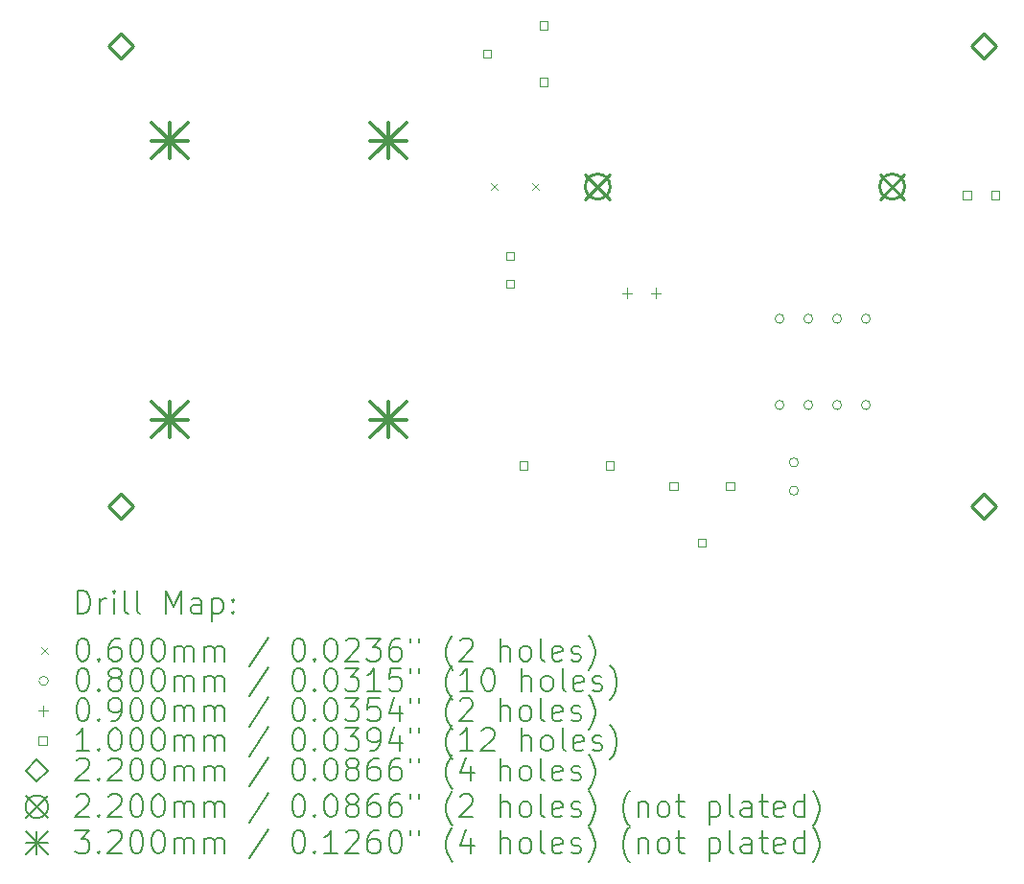
<source format=gbr>
%TF.GenerationSoftware,KiCad,Pcbnew,(6.0.9)*%
%TF.CreationDate,2022-11-09T23:13:16+08:00*%
%TF.ProjectId,low_battery_voltage_alarm,6c6f775f-6261-4747-9465-72795f766f6c,rev?*%
%TF.SameCoordinates,Original*%
%TF.FileFunction,Drillmap*%
%TF.FilePolarity,Positive*%
%FSLAX45Y45*%
G04 Gerber Fmt 4.5, Leading zero omitted, Abs format (unit mm)*
G04 Created by KiCad (PCBNEW (6.0.9)) date 2022-11-09 23:13:16*
%MOMM*%
%LPD*%
G01*
G04 APERTURE LIST*
%ADD10C,0.200000*%
%ADD11C,0.060000*%
%ADD12C,0.080000*%
%ADD13C,0.090000*%
%ADD14C,0.100000*%
%ADD15C,0.220000*%
%ADD16C,0.320000*%
G04 APERTURE END LIST*
D10*
D11*
X12718600Y-8936200D02*
X12778600Y-8996200D01*
X12778600Y-8936200D02*
X12718600Y-8996200D01*
X13078600Y-8936200D02*
X13138600Y-8996200D01*
X13138600Y-8936200D02*
X13078600Y-8996200D01*
D12*
X15306400Y-10133600D02*
G75*
G03*
X15306400Y-10133600I-40000J0D01*
G01*
X15306400Y-10895600D02*
G75*
G03*
X15306400Y-10895600I-40000J0D01*
G01*
X15432400Y-11402110D02*
G75*
G03*
X15432400Y-11402110I-40000J0D01*
G01*
X15432400Y-11652110D02*
G75*
G03*
X15432400Y-11652110I-40000J0D01*
G01*
X15560400Y-10133600D02*
G75*
G03*
X15560400Y-10133600I-40000J0D01*
G01*
X15560400Y-10895600D02*
G75*
G03*
X15560400Y-10895600I-40000J0D01*
G01*
X15814400Y-10133600D02*
G75*
G03*
X15814400Y-10133600I-40000J0D01*
G01*
X15814400Y-10895600D02*
G75*
G03*
X15814400Y-10895600I-40000J0D01*
G01*
X16068400Y-10133600D02*
G75*
G03*
X16068400Y-10133600I-40000J0D01*
G01*
X16068400Y-10895600D02*
G75*
G03*
X16068400Y-10895600I-40000J0D01*
G01*
D13*
X13918700Y-9861000D02*
X13918700Y-9951000D01*
X13873700Y-9906000D02*
X13963700Y-9906000D01*
X14172700Y-9861000D02*
X14172700Y-9951000D01*
X14127700Y-9906000D02*
X14217700Y-9906000D01*
D14*
X12717956Y-7829156D02*
X12717956Y-7758444D01*
X12647244Y-7758444D01*
X12647244Y-7829156D01*
X12717956Y-7829156D01*
X12920356Y-9613156D02*
X12920356Y-9542444D01*
X12849644Y-9542444D01*
X12849644Y-9613156D01*
X12920356Y-9613156D01*
X12920356Y-9863156D02*
X12920356Y-9792444D01*
X12849644Y-9792444D01*
X12849644Y-9863156D01*
X12920356Y-9863156D01*
X13042156Y-11465356D02*
X13042156Y-11394644D01*
X12971444Y-11394644D01*
X12971444Y-11465356D01*
X13042156Y-11465356D01*
X13217956Y-7579156D02*
X13217956Y-7508444D01*
X13147244Y-7508444D01*
X13147244Y-7579156D01*
X13217956Y-7579156D01*
X13217956Y-8079156D02*
X13217956Y-8008444D01*
X13147244Y-8008444D01*
X13147244Y-8079156D01*
X13217956Y-8079156D01*
X13802156Y-11465356D02*
X13802156Y-11394644D01*
X13731444Y-11394644D01*
X13731444Y-11465356D01*
X13802156Y-11465356D01*
X14364956Y-11647756D02*
X14364956Y-11577044D01*
X14294244Y-11577044D01*
X14294244Y-11647756D01*
X14364956Y-11647756D01*
X14614956Y-12147756D02*
X14614956Y-12077044D01*
X14544244Y-12077044D01*
X14544244Y-12147756D01*
X14614956Y-12147756D01*
X14864956Y-11647756D02*
X14864956Y-11577044D01*
X14794244Y-11577044D01*
X14794244Y-11647756D01*
X14864956Y-11647756D01*
X16955756Y-9077756D02*
X16955756Y-9007044D01*
X16885044Y-9007044D01*
X16885044Y-9077756D01*
X16955756Y-9077756D01*
X17205756Y-9077756D02*
X17205756Y-9007044D01*
X17135044Y-9007044D01*
X17135044Y-9077756D01*
X17205756Y-9077756D01*
D15*
X9448800Y-7831600D02*
X9558800Y-7721600D01*
X9448800Y-7611600D01*
X9338800Y-7721600D01*
X9448800Y-7831600D01*
X9448800Y-11895600D02*
X9558800Y-11785600D01*
X9448800Y-11675600D01*
X9338800Y-11785600D01*
X9448800Y-11895600D01*
X17068800Y-7831600D02*
X17178800Y-7721600D01*
X17068800Y-7611600D01*
X16958800Y-7721600D01*
X17068800Y-7831600D01*
X17068800Y-11895600D02*
X17178800Y-11785600D01*
X17068800Y-11675600D01*
X16958800Y-11785600D01*
X17068800Y-11895600D01*
X13550600Y-8856200D02*
X13770600Y-9076200D01*
X13770600Y-8856200D02*
X13550600Y-9076200D01*
X13770600Y-8966200D02*
G75*
G03*
X13770600Y-8966200I-110000J0D01*
G01*
X16150600Y-8856200D02*
X16370600Y-9076200D01*
X16370600Y-8856200D02*
X16150600Y-9076200D01*
X16370600Y-8966200D02*
G75*
G03*
X16370600Y-8966200I-110000J0D01*
G01*
D16*
X9720600Y-8399800D02*
X10040600Y-8719800D01*
X10040600Y-8399800D02*
X9720600Y-8719800D01*
X9880600Y-8399800D02*
X9880600Y-8719800D01*
X9720600Y-8559800D02*
X10040600Y-8559800D01*
X9720600Y-10863600D02*
X10040600Y-11183600D01*
X10040600Y-10863600D02*
X9720600Y-11183600D01*
X9880600Y-10863600D02*
X9880600Y-11183600D01*
X9720600Y-11023600D02*
X10040600Y-11023600D01*
X11651000Y-8399800D02*
X11971000Y-8719800D01*
X11971000Y-8399800D02*
X11651000Y-8719800D01*
X11811000Y-8399800D02*
X11811000Y-8719800D01*
X11651000Y-8559800D02*
X11971000Y-8559800D01*
X11651000Y-10863600D02*
X11971000Y-11183600D01*
X11971000Y-10863600D02*
X11651000Y-11183600D01*
X11811000Y-10863600D02*
X11811000Y-11183600D01*
X11651000Y-11023600D02*
X11971000Y-11023600D01*
D10*
X9065419Y-12737076D02*
X9065419Y-12537076D01*
X9113038Y-12537076D01*
X9141610Y-12546600D01*
X9160657Y-12565648D01*
X9170181Y-12584695D01*
X9179705Y-12622790D01*
X9179705Y-12651362D01*
X9170181Y-12689457D01*
X9160657Y-12708505D01*
X9141610Y-12727552D01*
X9113038Y-12737076D01*
X9065419Y-12737076D01*
X9265419Y-12737076D02*
X9265419Y-12603743D01*
X9265419Y-12641838D02*
X9274943Y-12622790D01*
X9284467Y-12613267D01*
X9303514Y-12603743D01*
X9322562Y-12603743D01*
X9389229Y-12737076D02*
X9389229Y-12603743D01*
X9389229Y-12537076D02*
X9379705Y-12546600D01*
X9389229Y-12556124D01*
X9398752Y-12546600D01*
X9389229Y-12537076D01*
X9389229Y-12556124D01*
X9513038Y-12737076D02*
X9493990Y-12727552D01*
X9484467Y-12708505D01*
X9484467Y-12537076D01*
X9617800Y-12737076D02*
X9598752Y-12727552D01*
X9589229Y-12708505D01*
X9589229Y-12537076D01*
X9846371Y-12737076D02*
X9846371Y-12537076D01*
X9913038Y-12679933D01*
X9979705Y-12537076D01*
X9979705Y-12737076D01*
X10160657Y-12737076D02*
X10160657Y-12632314D01*
X10151133Y-12613267D01*
X10132086Y-12603743D01*
X10093990Y-12603743D01*
X10074943Y-12613267D01*
X10160657Y-12727552D02*
X10141610Y-12737076D01*
X10093990Y-12737076D01*
X10074943Y-12727552D01*
X10065419Y-12708505D01*
X10065419Y-12689457D01*
X10074943Y-12670409D01*
X10093990Y-12660886D01*
X10141610Y-12660886D01*
X10160657Y-12651362D01*
X10255895Y-12603743D02*
X10255895Y-12803743D01*
X10255895Y-12613267D02*
X10274943Y-12603743D01*
X10313038Y-12603743D01*
X10332086Y-12613267D01*
X10341610Y-12622790D01*
X10351133Y-12641838D01*
X10351133Y-12698981D01*
X10341610Y-12718028D01*
X10332086Y-12727552D01*
X10313038Y-12737076D01*
X10274943Y-12737076D01*
X10255895Y-12727552D01*
X10436848Y-12718028D02*
X10446371Y-12727552D01*
X10436848Y-12737076D01*
X10427324Y-12727552D01*
X10436848Y-12718028D01*
X10436848Y-12737076D01*
X10436848Y-12613267D02*
X10446371Y-12622790D01*
X10436848Y-12632314D01*
X10427324Y-12622790D01*
X10436848Y-12613267D01*
X10436848Y-12632314D01*
D11*
X8747800Y-13036600D02*
X8807800Y-13096600D01*
X8807800Y-13036600D02*
X8747800Y-13096600D01*
D10*
X9103514Y-12957076D02*
X9122562Y-12957076D01*
X9141610Y-12966600D01*
X9151133Y-12976124D01*
X9160657Y-12995171D01*
X9170181Y-13033267D01*
X9170181Y-13080886D01*
X9160657Y-13118981D01*
X9151133Y-13138028D01*
X9141610Y-13147552D01*
X9122562Y-13157076D01*
X9103514Y-13157076D01*
X9084467Y-13147552D01*
X9074943Y-13138028D01*
X9065419Y-13118981D01*
X9055895Y-13080886D01*
X9055895Y-13033267D01*
X9065419Y-12995171D01*
X9074943Y-12976124D01*
X9084467Y-12966600D01*
X9103514Y-12957076D01*
X9255895Y-13138028D02*
X9265419Y-13147552D01*
X9255895Y-13157076D01*
X9246371Y-13147552D01*
X9255895Y-13138028D01*
X9255895Y-13157076D01*
X9436848Y-12957076D02*
X9398752Y-12957076D01*
X9379705Y-12966600D01*
X9370181Y-12976124D01*
X9351133Y-13004695D01*
X9341610Y-13042790D01*
X9341610Y-13118981D01*
X9351133Y-13138028D01*
X9360657Y-13147552D01*
X9379705Y-13157076D01*
X9417800Y-13157076D01*
X9436848Y-13147552D01*
X9446371Y-13138028D01*
X9455895Y-13118981D01*
X9455895Y-13071362D01*
X9446371Y-13052314D01*
X9436848Y-13042790D01*
X9417800Y-13033267D01*
X9379705Y-13033267D01*
X9360657Y-13042790D01*
X9351133Y-13052314D01*
X9341610Y-13071362D01*
X9579705Y-12957076D02*
X9598752Y-12957076D01*
X9617800Y-12966600D01*
X9627324Y-12976124D01*
X9636848Y-12995171D01*
X9646371Y-13033267D01*
X9646371Y-13080886D01*
X9636848Y-13118981D01*
X9627324Y-13138028D01*
X9617800Y-13147552D01*
X9598752Y-13157076D01*
X9579705Y-13157076D01*
X9560657Y-13147552D01*
X9551133Y-13138028D01*
X9541610Y-13118981D01*
X9532086Y-13080886D01*
X9532086Y-13033267D01*
X9541610Y-12995171D01*
X9551133Y-12976124D01*
X9560657Y-12966600D01*
X9579705Y-12957076D01*
X9770181Y-12957076D02*
X9789229Y-12957076D01*
X9808276Y-12966600D01*
X9817800Y-12976124D01*
X9827324Y-12995171D01*
X9836848Y-13033267D01*
X9836848Y-13080886D01*
X9827324Y-13118981D01*
X9817800Y-13138028D01*
X9808276Y-13147552D01*
X9789229Y-13157076D01*
X9770181Y-13157076D01*
X9751133Y-13147552D01*
X9741610Y-13138028D01*
X9732086Y-13118981D01*
X9722562Y-13080886D01*
X9722562Y-13033267D01*
X9732086Y-12995171D01*
X9741610Y-12976124D01*
X9751133Y-12966600D01*
X9770181Y-12957076D01*
X9922562Y-13157076D02*
X9922562Y-13023743D01*
X9922562Y-13042790D02*
X9932086Y-13033267D01*
X9951133Y-13023743D01*
X9979705Y-13023743D01*
X9998752Y-13033267D01*
X10008276Y-13052314D01*
X10008276Y-13157076D01*
X10008276Y-13052314D02*
X10017800Y-13033267D01*
X10036848Y-13023743D01*
X10065419Y-13023743D01*
X10084467Y-13033267D01*
X10093990Y-13052314D01*
X10093990Y-13157076D01*
X10189229Y-13157076D02*
X10189229Y-13023743D01*
X10189229Y-13042790D02*
X10198752Y-13033267D01*
X10217800Y-13023743D01*
X10246371Y-13023743D01*
X10265419Y-13033267D01*
X10274943Y-13052314D01*
X10274943Y-13157076D01*
X10274943Y-13052314D02*
X10284467Y-13033267D01*
X10303514Y-13023743D01*
X10332086Y-13023743D01*
X10351133Y-13033267D01*
X10360657Y-13052314D01*
X10360657Y-13157076D01*
X10751133Y-12947552D02*
X10579705Y-13204695D01*
X11008276Y-12957076D02*
X11027324Y-12957076D01*
X11046371Y-12966600D01*
X11055895Y-12976124D01*
X11065419Y-12995171D01*
X11074943Y-13033267D01*
X11074943Y-13080886D01*
X11065419Y-13118981D01*
X11055895Y-13138028D01*
X11046371Y-13147552D01*
X11027324Y-13157076D01*
X11008276Y-13157076D01*
X10989229Y-13147552D01*
X10979705Y-13138028D01*
X10970181Y-13118981D01*
X10960657Y-13080886D01*
X10960657Y-13033267D01*
X10970181Y-12995171D01*
X10979705Y-12976124D01*
X10989229Y-12966600D01*
X11008276Y-12957076D01*
X11160657Y-13138028D02*
X11170181Y-13147552D01*
X11160657Y-13157076D01*
X11151133Y-13147552D01*
X11160657Y-13138028D01*
X11160657Y-13157076D01*
X11293990Y-12957076D02*
X11313038Y-12957076D01*
X11332086Y-12966600D01*
X11341609Y-12976124D01*
X11351133Y-12995171D01*
X11360657Y-13033267D01*
X11360657Y-13080886D01*
X11351133Y-13118981D01*
X11341609Y-13138028D01*
X11332086Y-13147552D01*
X11313038Y-13157076D01*
X11293990Y-13157076D01*
X11274943Y-13147552D01*
X11265419Y-13138028D01*
X11255895Y-13118981D01*
X11246371Y-13080886D01*
X11246371Y-13033267D01*
X11255895Y-12995171D01*
X11265419Y-12976124D01*
X11274943Y-12966600D01*
X11293990Y-12957076D01*
X11436848Y-12976124D02*
X11446371Y-12966600D01*
X11465419Y-12957076D01*
X11513038Y-12957076D01*
X11532086Y-12966600D01*
X11541609Y-12976124D01*
X11551133Y-12995171D01*
X11551133Y-13014219D01*
X11541609Y-13042790D01*
X11427324Y-13157076D01*
X11551133Y-13157076D01*
X11617800Y-12957076D02*
X11741609Y-12957076D01*
X11674943Y-13033267D01*
X11703514Y-13033267D01*
X11722562Y-13042790D01*
X11732086Y-13052314D01*
X11741609Y-13071362D01*
X11741609Y-13118981D01*
X11732086Y-13138028D01*
X11722562Y-13147552D01*
X11703514Y-13157076D01*
X11646371Y-13157076D01*
X11627324Y-13147552D01*
X11617800Y-13138028D01*
X11913038Y-12957076D02*
X11874943Y-12957076D01*
X11855895Y-12966600D01*
X11846371Y-12976124D01*
X11827324Y-13004695D01*
X11817800Y-13042790D01*
X11817800Y-13118981D01*
X11827324Y-13138028D01*
X11836848Y-13147552D01*
X11855895Y-13157076D01*
X11893990Y-13157076D01*
X11913038Y-13147552D01*
X11922562Y-13138028D01*
X11932086Y-13118981D01*
X11932086Y-13071362D01*
X11922562Y-13052314D01*
X11913038Y-13042790D01*
X11893990Y-13033267D01*
X11855895Y-13033267D01*
X11836848Y-13042790D01*
X11827324Y-13052314D01*
X11817800Y-13071362D01*
X12008276Y-12957076D02*
X12008276Y-12995171D01*
X12084467Y-12957076D02*
X12084467Y-12995171D01*
X12379705Y-13233267D02*
X12370181Y-13223743D01*
X12351133Y-13195171D01*
X12341609Y-13176124D01*
X12332086Y-13147552D01*
X12322562Y-13099933D01*
X12322562Y-13061838D01*
X12332086Y-13014219D01*
X12341609Y-12985648D01*
X12351133Y-12966600D01*
X12370181Y-12938028D01*
X12379705Y-12928505D01*
X12446371Y-12976124D02*
X12455895Y-12966600D01*
X12474943Y-12957076D01*
X12522562Y-12957076D01*
X12541609Y-12966600D01*
X12551133Y-12976124D01*
X12560657Y-12995171D01*
X12560657Y-13014219D01*
X12551133Y-13042790D01*
X12436848Y-13157076D01*
X12560657Y-13157076D01*
X12798752Y-13157076D02*
X12798752Y-12957076D01*
X12884467Y-13157076D02*
X12884467Y-13052314D01*
X12874943Y-13033267D01*
X12855895Y-13023743D01*
X12827324Y-13023743D01*
X12808276Y-13033267D01*
X12798752Y-13042790D01*
X13008276Y-13157076D02*
X12989228Y-13147552D01*
X12979705Y-13138028D01*
X12970181Y-13118981D01*
X12970181Y-13061838D01*
X12979705Y-13042790D01*
X12989228Y-13033267D01*
X13008276Y-13023743D01*
X13036848Y-13023743D01*
X13055895Y-13033267D01*
X13065419Y-13042790D01*
X13074943Y-13061838D01*
X13074943Y-13118981D01*
X13065419Y-13138028D01*
X13055895Y-13147552D01*
X13036848Y-13157076D01*
X13008276Y-13157076D01*
X13189228Y-13157076D02*
X13170181Y-13147552D01*
X13160657Y-13128505D01*
X13160657Y-12957076D01*
X13341609Y-13147552D02*
X13322562Y-13157076D01*
X13284467Y-13157076D01*
X13265419Y-13147552D01*
X13255895Y-13128505D01*
X13255895Y-13052314D01*
X13265419Y-13033267D01*
X13284467Y-13023743D01*
X13322562Y-13023743D01*
X13341609Y-13033267D01*
X13351133Y-13052314D01*
X13351133Y-13071362D01*
X13255895Y-13090409D01*
X13427324Y-13147552D02*
X13446371Y-13157076D01*
X13484467Y-13157076D01*
X13503514Y-13147552D01*
X13513038Y-13128505D01*
X13513038Y-13118981D01*
X13503514Y-13099933D01*
X13484467Y-13090409D01*
X13455895Y-13090409D01*
X13436848Y-13080886D01*
X13427324Y-13061838D01*
X13427324Y-13052314D01*
X13436848Y-13033267D01*
X13455895Y-13023743D01*
X13484467Y-13023743D01*
X13503514Y-13033267D01*
X13579705Y-13233267D02*
X13589228Y-13223743D01*
X13608276Y-13195171D01*
X13617800Y-13176124D01*
X13627324Y-13147552D01*
X13636848Y-13099933D01*
X13636848Y-13061838D01*
X13627324Y-13014219D01*
X13617800Y-12985648D01*
X13608276Y-12966600D01*
X13589228Y-12938028D01*
X13579705Y-12928505D01*
D12*
X8807800Y-13330600D02*
G75*
G03*
X8807800Y-13330600I-40000J0D01*
G01*
D10*
X9103514Y-13221076D02*
X9122562Y-13221076D01*
X9141610Y-13230600D01*
X9151133Y-13240124D01*
X9160657Y-13259171D01*
X9170181Y-13297267D01*
X9170181Y-13344886D01*
X9160657Y-13382981D01*
X9151133Y-13402028D01*
X9141610Y-13411552D01*
X9122562Y-13421076D01*
X9103514Y-13421076D01*
X9084467Y-13411552D01*
X9074943Y-13402028D01*
X9065419Y-13382981D01*
X9055895Y-13344886D01*
X9055895Y-13297267D01*
X9065419Y-13259171D01*
X9074943Y-13240124D01*
X9084467Y-13230600D01*
X9103514Y-13221076D01*
X9255895Y-13402028D02*
X9265419Y-13411552D01*
X9255895Y-13421076D01*
X9246371Y-13411552D01*
X9255895Y-13402028D01*
X9255895Y-13421076D01*
X9379705Y-13306790D02*
X9360657Y-13297267D01*
X9351133Y-13287743D01*
X9341610Y-13268695D01*
X9341610Y-13259171D01*
X9351133Y-13240124D01*
X9360657Y-13230600D01*
X9379705Y-13221076D01*
X9417800Y-13221076D01*
X9436848Y-13230600D01*
X9446371Y-13240124D01*
X9455895Y-13259171D01*
X9455895Y-13268695D01*
X9446371Y-13287743D01*
X9436848Y-13297267D01*
X9417800Y-13306790D01*
X9379705Y-13306790D01*
X9360657Y-13316314D01*
X9351133Y-13325838D01*
X9341610Y-13344886D01*
X9341610Y-13382981D01*
X9351133Y-13402028D01*
X9360657Y-13411552D01*
X9379705Y-13421076D01*
X9417800Y-13421076D01*
X9436848Y-13411552D01*
X9446371Y-13402028D01*
X9455895Y-13382981D01*
X9455895Y-13344886D01*
X9446371Y-13325838D01*
X9436848Y-13316314D01*
X9417800Y-13306790D01*
X9579705Y-13221076D02*
X9598752Y-13221076D01*
X9617800Y-13230600D01*
X9627324Y-13240124D01*
X9636848Y-13259171D01*
X9646371Y-13297267D01*
X9646371Y-13344886D01*
X9636848Y-13382981D01*
X9627324Y-13402028D01*
X9617800Y-13411552D01*
X9598752Y-13421076D01*
X9579705Y-13421076D01*
X9560657Y-13411552D01*
X9551133Y-13402028D01*
X9541610Y-13382981D01*
X9532086Y-13344886D01*
X9532086Y-13297267D01*
X9541610Y-13259171D01*
X9551133Y-13240124D01*
X9560657Y-13230600D01*
X9579705Y-13221076D01*
X9770181Y-13221076D02*
X9789229Y-13221076D01*
X9808276Y-13230600D01*
X9817800Y-13240124D01*
X9827324Y-13259171D01*
X9836848Y-13297267D01*
X9836848Y-13344886D01*
X9827324Y-13382981D01*
X9817800Y-13402028D01*
X9808276Y-13411552D01*
X9789229Y-13421076D01*
X9770181Y-13421076D01*
X9751133Y-13411552D01*
X9741610Y-13402028D01*
X9732086Y-13382981D01*
X9722562Y-13344886D01*
X9722562Y-13297267D01*
X9732086Y-13259171D01*
X9741610Y-13240124D01*
X9751133Y-13230600D01*
X9770181Y-13221076D01*
X9922562Y-13421076D02*
X9922562Y-13287743D01*
X9922562Y-13306790D02*
X9932086Y-13297267D01*
X9951133Y-13287743D01*
X9979705Y-13287743D01*
X9998752Y-13297267D01*
X10008276Y-13316314D01*
X10008276Y-13421076D01*
X10008276Y-13316314D02*
X10017800Y-13297267D01*
X10036848Y-13287743D01*
X10065419Y-13287743D01*
X10084467Y-13297267D01*
X10093990Y-13316314D01*
X10093990Y-13421076D01*
X10189229Y-13421076D02*
X10189229Y-13287743D01*
X10189229Y-13306790D02*
X10198752Y-13297267D01*
X10217800Y-13287743D01*
X10246371Y-13287743D01*
X10265419Y-13297267D01*
X10274943Y-13316314D01*
X10274943Y-13421076D01*
X10274943Y-13316314D02*
X10284467Y-13297267D01*
X10303514Y-13287743D01*
X10332086Y-13287743D01*
X10351133Y-13297267D01*
X10360657Y-13316314D01*
X10360657Y-13421076D01*
X10751133Y-13211552D02*
X10579705Y-13468695D01*
X11008276Y-13221076D02*
X11027324Y-13221076D01*
X11046371Y-13230600D01*
X11055895Y-13240124D01*
X11065419Y-13259171D01*
X11074943Y-13297267D01*
X11074943Y-13344886D01*
X11065419Y-13382981D01*
X11055895Y-13402028D01*
X11046371Y-13411552D01*
X11027324Y-13421076D01*
X11008276Y-13421076D01*
X10989229Y-13411552D01*
X10979705Y-13402028D01*
X10970181Y-13382981D01*
X10960657Y-13344886D01*
X10960657Y-13297267D01*
X10970181Y-13259171D01*
X10979705Y-13240124D01*
X10989229Y-13230600D01*
X11008276Y-13221076D01*
X11160657Y-13402028D02*
X11170181Y-13411552D01*
X11160657Y-13421076D01*
X11151133Y-13411552D01*
X11160657Y-13402028D01*
X11160657Y-13421076D01*
X11293990Y-13221076D02*
X11313038Y-13221076D01*
X11332086Y-13230600D01*
X11341609Y-13240124D01*
X11351133Y-13259171D01*
X11360657Y-13297267D01*
X11360657Y-13344886D01*
X11351133Y-13382981D01*
X11341609Y-13402028D01*
X11332086Y-13411552D01*
X11313038Y-13421076D01*
X11293990Y-13421076D01*
X11274943Y-13411552D01*
X11265419Y-13402028D01*
X11255895Y-13382981D01*
X11246371Y-13344886D01*
X11246371Y-13297267D01*
X11255895Y-13259171D01*
X11265419Y-13240124D01*
X11274943Y-13230600D01*
X11293990Y-13221076D01*
X11427324Y-13221076D02*
X11551133Y-13221076D01*
X11484467Y-13297267D01*
X11513038Y-13297267D01*
X11532086Y-13306790D01*
X11541609Y-13316314D01*
X11551133Y-13335362D01*
X11551133Y-13382981D01*
X11541609Y-13402028D01*
X11532086Y-13411552D01*
X11513038Y-13421076D01*
X11455895Y-13421076D01*
X11436848Y-13411552D01*
X11427324Y-13402028D01*
X11741609Y-13421076D02*
X11627324Y-13421076D01*
X11684467Y-13421076D02*
X11684467Y-13221076D01*
X11665419Y-13249648D01*
X11646371Y-13268695D01*
X11627324Y-13278219D01*
X11922562Y-13221076D02*
X11827324Y-13221076D01*
X11817800Y-13316314D01*
X11827324Y-13306790D01*
X11846371Y-13297267D01*
X11893990Y-13297267D01*
X11913038Y-13306790D01*
X11922562Y-13316314D01*
X11932086Y-13335362D01*
X11932086Y-13382981D01*
X11922562Y-13402028D01*
X11913038Y-13411552D01*
X11893990Y-13421076D01*
X11846371Y-13421076D01*
X11827324Y-13411552D01*
X11817800Y-13402028D01*
X12008276Y-13221076D02*
X12008276Y-13259171D01*
X12084467Y-13221076D02*
X12084467Y-13259171D01*
X12379705Y-13497267D02*
X12370181Y-13487743D01*
X12351133Y-13459171D01*
X12341609Y-13440124D01*
X12332086Y-13411552D01*
X12322562Y-13363933D01*
X12322562Y-13325838D01*
X12332086Y-13278219D01*
X12341609Y-13249648D01*
X12351133Y-13230600D01*
X12370181Y-13202028D01*
X12379705Y-13192505D01*
X12560657Y-13421076D02*
X12446371Y-13421076D01*
X12503514Y-13421076D02*
X12503514Y-13221076D01*
X12484467Y-13249648D01*
X12465419Y-13268695D01*
X12446371Y-13278219D01*
X12684467Y-13221076D02*
X12703514Y-13221076D01*
X12722562Y-13230600D01*
X12732086Y-13240124D01*
X12741609Y-13259171D01*
X12751133Y-13297267D01*
X12751133Y-13344886D01*
X12741609Y-13382981D01*
X12732086Y-13402028D01*
X12722562Y-13411552D01*
X12703514Y-13421076D01*
X12684467Y-13421076D01*
X12665419Y-13411552D01*
X12655895Y-13402028D01*
X12646371Y-13382981D01*
X12636848Y-13344886D01*
X12636848Y-13297267D01*
X12646371Y-13259171D01*
X12655895Y-13240124D01*
X12665419Y-13230600D01*
X12684467Y-13221076D01*
X12989228Y-13421076D02*
X12989228Y-13221076D01*
X13074943Y-13421076D02*
X13074943Y-13316314D01*
X13065419Y-13297267D01*
X13046371Y-13287743D01*
X13017800Y-13287743D01*
X12998752Y-13297267D01*
X12989228Y-13306790D01*
X13198752Y-13421076D02*
X13179705Y-13411552D01*
X13170181Y-13402028D01*
X13160657Y-13382981D01*
X13160657Y-13325838D01*
X13170181Y-13306790D01*
X13179705Y-13297267D01*
X13198752Y-13287743D01*
X13227324Y-13287743D01*
X13246371Y-13297267D01*
X13255895Y-13306790D01*
X13265419Y-13325838D01*
X13265419Y-13382981D01*
X13255895Y-13402028D01*
X13246371Y-13411552D01*
X13227324Y-13421076D01*
X13198752Y-13421076D01*
X13379705Y-13421076D02*
X13360657Y-13411552D01*
X13351133Y-13392505D01*
X13351133Y-13221076D01*
X13532086Y-13411552D02*
X13513038Y-13421076D01*
X13474943Y-13421076D01*
X13455895Y-13411552D01*
X13446371Y-13392505D01*
X13446371Y-13316314D01*
X13455895Y-13297267D01*
X13474943Y-13287743D01*
X13513038Y-13287743D01*
X13532086Y-13297267D01*
X13541609Y-13316314D01*
X13541609Y-13335362D01*
X13446371Y-13354409D01*
X13617800Y-13411552D02*
X13636848Y-13421076D01*
X13674943Y-13421076D01*
X13693990Y-13411552D01*
X13703514Y-13392505D01*
X13703514Y-13382981D01*
X13693990Y-13363933D01*
X13674943Y-13354409D01*
X13646371Y-13354409D01*
X13627324Y-13344886D01*
X13617800Y-13325838D01*
X13617800Y-13316314D01*
X13627324Y-13297267D01*
X13646371Y-13287743D01*
X13674943Y-13287743D01*
X13693990Y-13297267D01*
X13770181Y-13497267D02*
X13779705Y-13487743D01*
X13798752Y-13459171D01*
X13808276Y-13440124D01*
X13817800Y-13411552D01*
X13827324Y-13363933D01*
X13827324Y-13325838D01*
X13817800Y-13278219D01*
X13808276Y-13249648D01*
X13798752Y-13230600D01*
X13779705Y-13202028D01*
X13770181Y-13192505D01*
D13*
X8762800Y-13549600D02*
X8762800Y-13639600D01*
X8717800Y-13594600D02*
X8807800Y-13594600D01*
D10*
X9103514Y-13485076D02*
X9122562Y-13485076D01*
X9141610Y-13494600D01*
X9151133Y-13504124D01*
X9160657Y-13523171D01*
X9170181Y-13561267D01*
X9170181Y-13608886D01*
X9160657Y-13646981D01*
X9151133Y-13666028D01*
X9141610Y-13675552D01*
X9122562Y-13685076D01*
X9103514Y-13685076D01*
X9084467Y-13675552D01*
X9074943Y-13666028D01*
X9065419Y-13646981D01*
X9055895Y-13608886D01*
X9055895Y-13561267D01*
X9065419Y-13523171D01*
X9074943Y-13504124D01*
X9084467Y-13494600D01*
X9103514Y-13485076D01*
X9255895Y-13666028D02*
X9265419Y-13675552D01*
X9255895Y-13685076D01*
X9246371Y-13675552D01*
X9255895Y-13666028D01*
X9255895Y-13685076D01*
X9360657Y-13685076D02*
X9398752Y-13685076D01*
X9417800Y-13675552D01*
X9427324Y-13666028D01*
X9446371Y-13637457D01*
X9455895Y-13599362D01*
X9455895Y-13523171D01*
X9446371Y-13504124D01*
X9436848Y-13494600D01*
X9417800Y-13485076D01*
X9379705Y-13485076D01*
X9360657Y-13494600D01*
X9351133Y-13504124D01*
X9341610Y-13523171D01*
X9341610Y-13570790D01*
X9351133Y-13589838D01*
X9360657Y-13599362D01*
X9379705Y-13608886D01*
X9417800Y-13608886D01*
X9436848Y-13599362D01*
X9446371Y-13589838D01*
X9455895Y-13570790D01*
X9579705Y-13485076D02*
X9598752Y-13485076D01*
X9617800Y-13494600D01*
X9627324Y-13504124D01*
X9636848Y-13523171D01*
X9646371Y-13561267D01*
X9646371Y-13608886D01*
X9636848Y-13646981D01*
X9627324Y-13666028D01*
X9617800Y-13675552D01*
X9598752Y-13685076D01*
X9579705Y-13685076D01*
X9560657Y-13675552D01*
X9551133Y-13666028D01*
X9541610Y-13646981D01*
X9532086Y-13608886D01*
X9532086Y-13561267D01*
X9541610Y-13523171D01*
X9551133Y-13504124D01*
X9560657Y-13494600D01*
X9579705Y-13485076D01*
X9770181Y-13485076D02*
X9789229Y-13485076D01*
X9808276Y-13494600D01*
X9817800Y-13504124D01*
X9827324Y-13523171D01*
X9836848Y-13561267D01*
X9836848Y-13608886D01*
X9827324Y-13646981D01*
X9817800Y-13666028D01*
X9808276Y-13675552D01*
X9789229Y-13685076D01*
X9770181Y-13685076D01*
X9751133Y-13675552D01*
X9741610Y-13666028D01*
X9732086Y-13646981D01*
X9722562Y-13608886D01*
X9722562Y-13561267D01*
X9732086Y-13523171D01*
X9741610Y-13504124D01*
X9751133Y-13494600D01*
X9770181Y-13485076D01*
X9922562Y-13685076D02*
X9922562Y-13551743D01*
X9922562Y-13570790D02*
X9932086Y-13561267D01*
X9951133Y-13551743D01*
X9979705Y-13551743D01*
X9998752Y-13561267D01*
X10008276Y-13580314D01*
X10008276Y-13685076D01*
X10008276Y-13580314D02*
X10017800Y-13561267D01*
X10036848Y-13551743D01*
X10065419Y-13551743D01*
X10084467Y-13561267D01*
X10093990Y-13580314D01*
X10093990Y-13685076D01*
X10189229Y-13685076D02*
X10189229Y-13551743D01*
X10189229Y-13570790D02*
X10198752Y-13561267D01*
X10217800Y-13551743D01*
X10246371Y-13551743D01*
X10265419Y-13561267D01*
X10274943Y-13580314D01*
X10274943Y-13685076D01*
X10274943Y-13580314D02*
X10284467Y-13561267D01*
X10303514Y-13551743D01*
X10332086Y-13551743D01*
X10351133Y-13561267D01*
X10360657Y-13580314D01*
X10360657Y-13685076D01*
X10751133Y-13475552D02*
X10579705Y-13732695D01*
X11008276Y-13485076D02*
X11027324Y-13485076D01*
X11046371Y-13494600D01*
X11055895Y-13504124D01*
X11065419Y-13523171D01*
X11074943Y-13561267D01*
X11074943Y-13608886D01*
X11065419Y-13646981D01*
X11055895Y-13666028D01*
X11046371Y-13675552D01*
X11027324Y-13685076D01*
X11008276Y-13685076D01*
X10989229Y-13675552D01*
X10979705Y-13666028D01*
X10970181Y-13646981D01*
X10960657Y-13608886D01*
X10960657Y-13561267D01*
X10970181Y-13523171D01*
X10979705Y-13504124D01*
X10989229Y-13494600D01*
X11008276Y-13485076D01*
X11160657Y-13666028D02*
X11170181Y-13675552D01*
X11160657Y-13685076D01*
X11151133Y-13675552D01*
X11160657Y-13666028D01*
X11160657Y-13685076D01*
X11293990Y-13485076D02*
X11313038Y-13485076D01*
X11332086Y-13494600D01*
X11341609Y-13504124D01*
X11351133Y-13523171D01*
X11360657Y-13561267D01*
X11360657Y-13608886D01*
X11351133Y-13646981D01*
X11341609Y-13666028D01*
X11332086Y-13675552D01*
X11313038Y-13685076D01*
X11293990Y-13685076D01*
X11274943Y-13675552D01*
X11265419Y-13666028D01*
X11255895Y-13646981D01*
X11246371Y-13608886D01*
X11246371Y-13561267D01*
X11255895Y-13523171D01*
X11265419Y-13504124D01*
X11274943Y-13494600D01*
X11293990Y-13485076D01*
X11427324Y-13485076D02*
X11551133Y-13485076D01*
X11484467Y-13561267D01*
X11513038Y-13561267D01*
X11532086Y-13570790D01*
X11541609Y-13580314D01*
X11551133Y-13599362D01*
X11551133Y-13646981D01*
X11541609Y-13666028D01*
X11532086Y-13675552D01*
X11513038Y-13685076D01*
X11455895Y-13685076D01*
X11436848Y-13675552D01*
X11427324Y-13666028D01*
X11732086Y-13485076D02*
X11636848Y-13485076D01*
X11627324Y-13580314D01*
X11636848Y-13570790D01*
X11655895Y-13561267D01*
X11703514Y-13561267D01*
X11722562Y-13570790D01*
X11732086Y-13580314D01*
X11741609Y-13599362D01*
X11741609Y-13646981D01*
X11732086Y-13666028D01*
X11722562Y-13675552D01*
X11703514Y-13685076D01*
X11655895Y-13685076D01*
X11636848Y-13675552D01*
X11627324Y-13666028D01*
X11913038Y-13551743D02*
X11913038Y-13685076D01*
X11865419Y-13475552D02*
X11817800Y-13618409D01*
X11941609Y-13618409D01*
X12008276Y-13485076D02*
X12008276Y-13523171D01*
X12084467Y-13485076D02*
X12084467Y-13523171D01*
X12379705Y-13761267D02*
X12370181Y-13751743D01*
X12351133Y-13723171D01*
X12341609Y-13704124D01*
X12332086Y-13675552D01*
X12322562Y-13627933D01*
X12322562Y-13589838D01*
X12332086Y-13542219D01*
X12341609Y-13513648D01*
X12351133Y-13494600D01*
X12370181Y-13466028D01*
X12379705Y-13456505D01*
X12446371Y-13504124D02*
X12455895Y-13494600D01*
X12474943Y-13485076D01*
X12522562Y-13485076D01*
X12541609Y-13494600D01*
X12551133Y-13504124D01*
X12560657Y-13523171D01*
X12560657Y-13542219D01*
X12551133Y-13570790D01*
X12436848Y-13685076D01*
X12560657Y-13685076D01*
X12798752Y-13685076D02*
X12798752Y-13485076D01*
X12884467Y-13685076D02*
X12884467Y-13580314D01*
X12874943Y-13561267D01*
X12855895Y-13551743D01*
X12827324Y-13551743D01*
X12808276Y-13561267D01*
X12798752Y-13570790D01*
X13008276Y-13685076D02*
X12989228Y-13675552D01*
X12979705Y-13666028D01*
X12970181Y-13646981D01*
X12970181Y-13589838D01*
X12979705Y-13570790D01*
X12989228Y-13561267D01*
X13008276Y-13551743D01*
X13036848Y-13551743D01*
X13055895Y-13561267D01*
X13065419Y-13570790D01*
X13074943Y-13589838D01*
X13074943Y-13646981D01*
X13065419Y-13666028D01*
X13055895Y-13675552D01*
X13036848Y-13685076D01*
X13008276Y-13685076D01*
X13189228Y-13685076D02*
X13170181Y-13675552D01*
X13160657Y-13656505D01*
X13160657Y-13485076D01*
X13341609Y-13675552D02*
X13322562Y-13685076D01*
X13284467Y-13685076D01*
X13265419Y-13675552D01*
X13255895Y-13656505D01*
X13255895Y-13580314D01*
X13265419Y-13561267D01*
X13284467Y-13551743D01*
X13322562Y-13551743D01*
X13341609Y-13561267D01*
X13351133Y-13580314D01*
X13351133Y-13599362D01*
X13255895Y-13618409D01*
X13427324Y-13675552D02*
X13446371Y-13685076D01*
X13484467Y-13685076D01*
X13503514Y-13675552D01*
X13513038Y-13656505D01*
X13513038Y-13646981D01*
X13503514Y-13627933D01*
X13484467Y-13618409D01*
X13455895Y-13618409D01*
X13436848Y-13608886D01*
X13427324Y-13589838D01*
X13427324Y-13580314D01*
X13436848Y-13561267D01*
X13455895Y-13551743D01*
X13484467Y-13551743D01*
X13503514Y-13561267D01*
X13579705Y-13761267D02*
X13589228Y-13751743D01*
X13608276Y-13723171D01*
X13617800Y-13704124D01*
X13627324Y-13675552D01*
X13636848Y-13627933D01*
X13636848Y-13589838D01*
X13627324Y-13542219D01*
X13617800Y-13513648D01*
X13608276Y-13494600D01*
X13589228Y-13466028D01*
X13579705Y-13456505D01*
D14*
X8793156Y-13893956D02*
X8793156Y-13823244D01*
X8722444Y-13823244D01*
X8722444Y-13893956D01*
X8793156Y-13893956D01*
D10*
X9170181Y-13949076D02*
X9055895Y-13949076D01*
X9113038Y-13949076D02*
X9113038Y-13749076D01*
X9093990Y-13777648D01*
X9074943Y-13796695D01*
X9055895Y-13806219D01*
X9255895Y-13930028D02*
X9265419Y-13939552D01*
X9255895Y-13949076D01*
X9246371Y-13939552D01*
X9255895Y-13930028D01*
X9255895Y-13949076D01*
X9389229Y-13749076D02*
X9408276Y-13749076D01*
X9427324Y-13758600D01*
X9436848Y-13768124D01*
X9446371Y-13787171D01*
X9455895Y-13825267D01*
X9455895Y-13872886D01*
X9446371Y-13910981D01*
X9436848Y-13930028D01*
X9427324Y-13939552D01*
X9408276Y-13949076D01*
X9389229Y-13949076D01*
X9370181Y-13939552D01*
X9360657Y-13930028D01*
X9351133Y-13910981D01*
X9341610Y-13872886D01*
X9341610Y-13825267D01*
X9351133Y-13787171D01*
X9360657Y-13768124D01*
X9370181Y-13758600D01*
X9389229Y-13749076D01*
X9579705Y-13749076D02*
X9598752Y-13749076D01*
X9617800Y-13758600D01*
X9627324Y-13768124D01*
X9636848Y-13787171D01*
X9646371Y-13825267D01*
X9646371Y-13872886D01*
X9636848Y-13910981D01*
X9627324Y-13930028D01*
X9617800Y-13939552D01*
X9598752Y-13949076D01*
X9579705Y-13949076D01*
X9560657Y-13939552D01*
X9551133Y-13930028D01*
X9541610Y-13910981D01*
X9532086Y-13872886D01*
X9532086Y-13825267D01*
X9541610Y-13787171D01*
X9551133Y-13768124D01*
X9560657Y-13758600D01*
X9579705Y-13749076D01*
X9770181Y-13749076D02*
X9789229Y-13749076D01*
X9808276Y-13758600D01*
X9817800Y-13768124D01*
X9827324Y-13787171D01*
X9836848Y-13825267D01*
X9836848Y-13872886D01*
X9827324Y-13910981D01*
X9817800Y-13930028D01*
X9808276Y-13939552D01*
X9789229Y-13949076D01*
X9770181Y-13949076D01*
X9751133Y-13939552D01*
X9741610Y-13930028D01*
X9732086Y-13910981D01*
X9722562Y-13872886D01*
X9722562Y-13825267D01*
X9732086Y-13787171D01*
X9741610Y-13768124D01*
X9751133Y-13758600D01*
X9770181Y-13749076D01*
X9922562Y-13949076D02*
X9922562Y-13815743D01*
X9922562Y-13834790D02*
X9932086Y-13825267D01*
X9951133Y-13815743D01*
X9979705Y-13815743D01*
X9998752Y-13825267D01*
X10008276Y-13844314D01*
X10008276Y-13949076D01*
X10008276Y-13844314D02*
X10017800Y-13825267D01*
X10036848Y-13815743D01*
X10065419Y-13815743D01*
X10084467Y-13825267D01*
X10093990Y-13844314D01*
X10093990Y-13949076D01*
X10189229Y-13949076D02*
X10189229Y-13815743D01*
X10189229Y-13834790D02*
X10198752Y-13825267D01*
X10217800Y-13815743D01*
X10246371Y-13815743D01*
X10265419Y-13825267D01*
X10274943Y-13844314D01*
X10274943Y-13949076D01*
X10274943Y-13844314D02*
X10284467Y-13825267D01*
X10303514Y-13815743D01*
X10332086Y-13815743D01*
X10351133Y-13825267D01*
X10360657Y-13844314D01*
X10360657Y-13949076D01*
X10751133Y-13739552D02*
X10579705Y-13996695D01*
X11008276Y-13749076D02*
X11027324Y-13749076D01*
X11046371Y-13758600D01*
X11055895Y-13768124D01*
X11065419Y-13787171D01*
X11074943Y-13825267D01*
X11074943Y-13872886D01*
X11065419Y-13910981D01*
X11055895Y-13930028D01*
X11046371Y-13939552D01*
X11027324Y-13949076D01*
X11008276Y-13949076D01*
X10989229Y-13939552D01*
X10979705Y-13930028D01*
X10970181Y-13910981D01*
X10960657Y-13872886D01*
X10960657Y-13825267D01*
X10970181Y-13787171D01*
X10979705Y-13768124D01*
X10989229Y-13758600D01*
X11008276Y-13749076D01*
X11160657Y-13930028D02*
X11170181Y-13939552D01*
X11160657Y-13949076D01*
X11151133Y-13939552D01*
X11160657Y-13930028D01*
X11160657Y-13949076D01*
X11293990Y-13749076D02*
X11313038Y-13749076D01*
X11332086Y-13758600D01*
X11341609Y-13768124D01*
X11351133Y-13787171D01*
X11360657Y-13825267D01*
X11360657Y-13872886D01*
X11351133Y-13910981D01*
X11341609Y-13930028D01*
X11332086Y-13939552D01*
X11313038Y-13949076D01*
X11293990Y-13949076D01*
X11274943Y-13939552D01*
X11265419Y-13930028D01*
X11255895Y-13910981D01*
X11246371Y-13872886D01*
X11246371Y-13825267D01*
X11255895Y-13787171D01*
X11265419Y-13768124D01*
X11274943Y-13758600D01*
X11293990Y-13749076D01*
X11427324Y-13749076D02*
X11551133Y-13749076D01*
X11484467Y-13825267D01*
X11513038Y-13825267D01*
X11532086Y-13834790D01*
X11541609Y-13844314D01*
X11551133Y-13863362D01*
X11551133Y-13910981D01*
X11541609Y-13930028D01*
X11532086Y-13939552D01*
X11513038Y-13949076D01*
X11455895Y-13949076D01*
X11436848Y-13939552D01*
X11427324Y-13930028D01*
X11646371Y-13949076D02*
X11684467Y-13949076D01*
X11703514Y-13939552D01*
X11713038Y-13930028D01*
X11732086Y-13901457D01*
X11741609Y-13863362D01*
X11741609Y-13787171D01*
X11732086Y-13768124D01*
X11722562Y-13758600D01*
X11703514Y-13749076D01*
X11665419Y-13749076D01*
X11646371Y-13758600D01*
X11636848Y-13768124D01*
X11627324Y-13787171D01*
X11627324Y-13834790D01*
X11636848Y-13853838D01*
X11646371Y-13863362D01*
X11665419Y-13872886D01*
X11703514Y-13872886D01*
X11722562Y-13863362D01*
X11732086Y-13853838D01*
X11741609Y-13834790D01*
X11913038Y-13815743D02*
X11913038Y-13949076D01*
X11865419Y-13739552D02*
X11817800Y-13882409D01*
X11941609Y-13882409D01*
X12008276Y-13749076D02*
X12008276Y-13787171D01*
X12084467Y-13749076D02*
X12084467Y-13787171D01*
X12379705Y-14025267D02*
X12370181Y-14015743D01*
X12351133Y-13987171D01*
X12341609Y-13968124D01*
X12332086Y-13939552D01*
X12322562Y-13891933D01*
X12322562Y-13853838D01*
X12332086Y-13806219D01*
X12341609Y-13777648D01*
X12351133Y-13758600D01*
X12370181Y-13730028D01*
X12379705Y-13720505D01*
X12560657Y-13949076D02*
X12446371Y-13949076D01*
X12503514Y-13949076D02*
X12503514Y-13749076D01*
X12484467Y-13777648D01*
X12465419Y-13796695D01*
X12446371Y-13806219D01*
X12636848Y-13768124D02*
X12646371Y-13758600D01*
X12665419Y-13749076D01*
X12713038Y-13749076D01*
X12732086Y-13758600D01*
X12741609Y-13768124D01*
X12751133Y-13787171D01*
X12751133Y-13806219D01*
X12741609Y-13834790D01*
X12627324Y-13949076D01*
X12751133Y-13949076D01*
X12989228Y-13949076D02*
X12989228Y-13749076D01*
X13074943Y-13949076D02*
X13074943Y-13844314D01*
X13065419Y-13825267D01*
X13046371Y-13815743D01*
X13017800Y-13815743D01*
X12998752Y-13825267D01*
X12989228Y-13834790D01*
X13198752Y-13949076D02*
X13179705Y-13939552D01*
X13170181Y-13930028D01*
X13160657Y-13910981D01*
X13160657Y-13853838D01*
X13170181Y-13834790D01*
X13179705Y-13825267D01*
X13198752Y-13815743D01*
X13227324Y-13815743D01*
X13246371Y-13825267D01*
X13255895Y-13834790D01*
X13265419Y-13853838D01*
X13265419Y-13910981D01*
X13255895Y-13930028D01*
X13246371Y-13939552D01*
X13227324Y-13949076D01*
X13198752Y-13949076D01*
X13379705Y-13949076D02*
X13360657Y-13939552D01*
X13351133Y-13920505D01*
X13351133Y-13749076D01*
X13532086Y-13939552D02*
X13513038Y-13949076D01*
X13474943Y-13949076D01*
X13455895Y-13939552D01*
X13446371Y-13920505D01*
X13446371Y-13844314D01*
X13455895Y-13825267D01*
X13474943Y-13815743D01*
X13513038Y-13815743D01*
X13532086Y-13825267D01*
X13541609Y-13844314D01*
X13541609Y-13863362D01*
X13446371Y-13882409D01*
X13617800Y-13939552D02*
X13636848Y-13949076D01*
X13674943Y-13949076D01*
X13693990Y-13939552D01*
X13703514Y-13920505D01*
X13703514Y-13910981D01*
X13693990Y-13891933D01*
X13674943Y-13882409D01*
X13646371Y-13882409D01*
X13627324Y-13872886D01*
X13617800Y-13853838D01*
X13617800Y-13844314D01*
X13627324Y-13825267D01*
X13646371Y-13815743D01*
X13674943Y-13815743D01*
X13693990Y-13825267D01*
X13770181Y-14025267D02*
X13779705Y-14015743D01*
X13798752Y-13987171D01*
X13808276Y-13968124D01*
X13817800Y-13939552D01*
X13827324Y-13891933D01*
X13827324Y-13853838D01*
X13817800Y-13806219D01*
X13808276Y-13777648D01*
X13798752Y-13758600D01*
X13779705Y-13730028D01*
X13770181Y-13720505D01*
X8707800Y-14222600D02*
X8807800Y-14122600D01*
X8707800Y-14022600D01*
X8607800Y-14122600D01*
X8707800Y-14222600D01*
X9055895Y-14032124D02*
X9065419Y-14022600D01*
X9084467Y-14013076D01*
X9132086Y-14013076D01*
X9151133Y-14022600D01*
X9160657Y-14032124D01*
X9170181Y-14051171D01*
X9170181Y-14070219D01*
X9160657Y-14098790D01*
X9046371Y-14213076D01*
X9170181Y-14213076D01*
X9255895Y-14194028D02*
X9265419Y-14203552D01*
X9255895Y-14213076D01*
X9246371Y-14203552D01*
X9255895Y-14194028D01*
X9255895Y-14213076D01*
X9341610Y-14032124D02*
X9351133Y-14022600D01*
X9370181Y-14013076D01*
X9417800Y-14013076D01*
X9436848Y-14022600D01*
X9446371Y-14032124D01*
X9455895Y-14051171D01*
X9455895Y-14070219D01*
X9446371Y-14098790D01*
X9332086Y-14213076D01*
X9455895Y-14213076D01*
X9579705Y-14013076D02*
X9598752Y-14013076D01*
X9617800Y-14022600D01*
X9627324Y-14032124D01*
X9636848Y-14051171D01*
X9646371Y-14089267D01*
X9646371Y-14136886D01*
X9636848Y-14174981D01*
X9627324Y-14194028D01*
X9617800Y-14203552D01*
X9598752Y-14213076D01*
X9579705Y-14213076D01*
X9560657Y-14203552D01*
X9551133Y-14194028D01*
X9541610Y-14174981D01*
X9532086Y-14136886D01*
X9532086Y-14089267D01*
X9541610Y-14051171D01*
X9551133Y-14032124D01*
X9560657Y-14022600D01*
X9579705Y-14013076D01*
X9770181Y-14013076D02*
X9789229Y-14013076D01*
X9808276Y-14022600D01*
X9817800Y-14032124D01*
X9827324Y-14051171D01*
X9836848Y-14089267D01*
X9836848Y-14136886D01*
X9827324Y-14174981D01*
X9817800Y-14194028D01*
X9808276Y-14203552D01*
X9789229Y-14213076D01*
X9770181Y-14213076D01*
X9751133Y-14203552D01*
X9741610Y-14194028D01*
X9732086Y-14174981D01*
X9722562Y-14136886D01*
X9722562Y-14089267D01*
X9732086Y-14051171D01*
X9741610Y-14032124D01*
X9751133Y-14022600D01*
X9770181Y-14013076D01*
X9922562Y-14213076D02*
X9922562Y-14079743D01*
X9922562Y-14098790D02*
X9932086Y-14089267D01*
X9951133Y-14079743D01*
X9979705Y-14079743D01*
X9998752Y-14089267D01*
X10008276Y-14108314D01*
X10008276Y-14213076D01*
X10008276Y-14108314D02*
X10017800Y-14089267D01*
X10036848Y-14079743D01*
X10065419Y-14079743D01*
X10084467Y-14089267D01*
X10093990Y-14108314D01*
X10093990Y-14213076D01*
X10189229Y-14213076D02*
X10189229Y-14079743D01*
X10189229Y-14098790D02*
X10198752Y-14089267D01*
X10217800Y-14079743D01*
X10246371Y-14079743D01*
X10265419Y-14089267D01*
X10274943Y-14108314D01*
X10274943Y-14213076D01*
X10274943Y-14108314D02*
X10284467Y-14089267D01*
X10303514Y-14079743D01*
X10332086Y-14079743D01*
X10351133Y-14089267D01*
X10360657Y-14108314D01*
X10360657Y-14213076D01*
X10751133Y-14003552D02*
X10579705Y-14260695D01*
X11008276Y-14013076D02*
X11027324Y-14013076D01*
X11046371Y-14022600D01*
X11055895Y-14032124D01*
X11065419Y-14051171D01*
X11074943Y-14089267D01*
X11074943Y-14136886D01*
X11065419Y-14174981D01*
X11055895Y-14194028D01*
X11046371Y-14203552D01*
X11027324Y-14213076D01*
X11008276Y-14213076D01*
X10989229Y-14203552D01*
X10979705Y-14194028D01*
X10970181Y-14174981D01*
X10960657Y-14136886D01*
X10960657Y-14089267D01*
X10970181Y-14051171D01*
X10979705Y-14032124D01*
X10989229Y-14022600D01*
X11008276Y-14013076D01*
X11160657Y-14194028D02*
X11170181Y-14203552D01*
X11160657Y-14213076D01*
X11151133Y-14203552D01*
X11160657Y-14194028D01*
X11160657Y-14213076D01*
X11293990Y-14013076D02*
X11313038Y-14013076D01*
X11332086Y-14022600D01*
X11341609Y-14032124D01*
X11351133Y-14051171D01*
X11360657Y-14089267D01*
X11360657Y-14136886D01*
X11351133Y-14174981D01*
X11341609Y-14194028D01*
X11332086Y-14203552D01*
X11313038Y-14213076D01*
X11293990Y-14213076D01*
X11274943Y-14203552D01*
X11265419Y-14194028D01*
X11255895Y-14174981D01*
X11246371Y-14136886D01*
X11246371Y-14089267D01*
X11255895Y-14051171D01*
X11265419Y-14032124D01*
X11274943Y-14022600D01*
X11293990Y-14013076D01*
X11474943Y-14098790D02*
X11455895Y-14089267D01*
X11446371Y-14079743D01*
X11436848Y-14060695D01*
X11436848Y-14051171D01*
X11446371Y-14032124D01*
X11455895Y-14022600D01*
X11474943Y-14013076D01*
X11513038Y-14013076D01*
X11532086Y-14022600D01*
X11541609Y-14032124D01*
X11551133Y-14051171D01*
X11551133Y-14060695D01*
X11541609Y-14079743D01*
X11532086Y-14089267D01*
X11513038Y-14098790D01*
X11474943Y-14098790D01*
X11455895Y-14108314D01*
X11446371Y-14117838D01*
X11436848Y-14136886D01*
X11436848Y-14174981D01*
X11446371Y-14194028D01*
X11455895Y-14203552D01*
X11474943Y-14213076D01*
X11513038Y-14213076D01*
X11532086Y-14203552D01*
X11541609Y-14194028D01*
X11551133Y-14174981D01*
X11551133Y-14136886D01*
X11541609Y-14117838D01*
X11532086Y-14108314D01*
X11513038Y-14098790D01*
X11722562Y-14013076D02*
X11684467Y-14013076D01*
X11665419Y-14022600D01*
X11655895Y-14032124D01*
X11636848Y-14060695D01*
X11627324Y-14098790D01*
X11627324Y-14174981D01*
X11636848Y-14194028D01*
X11646371Y-14203552D01*
X11665419Y-14213076D01*
X11703514Y-14213076D01*
X11722562Y-14203552D01*
X11732086Y-14194028D01*
X11741609Y-14174981D01*
X11741609Y-14127362D01*
X11732086Y-14108314D01*
X11722562Y-14098790D01*
X11703514Y-14089267D01*
X11665419Y-14089267D01*
X11646371Y-14098790D01*
X11636848Y-14108314D01*
X11627324Y-14127362D01*
X11913038Y-14013076D02*
X11874943Y-14013076D01*
X11855895Y-14022600D01*
X11846371Y-14032124D01*
X11827324Y-14060695D01*
X11817800Y-14098790D01*
X11817800Y-14174981D01*
X11827324Y-14194028D01*
X11836848Y-14203552D01*
X11855895Y-14213076D01*
X11893990Y-14213076D01*
X11913038Y-14203552D01*
X11922562Y-14194028D01*
X11932086Y-14174981D01*
X11932086Y-14127362D01*
X11922562Y-14108314D01*
X11913038Y-14098790D01*
X11893990Y-14089267D01*
X11855895Y-14089267D01*
X11836848Y-14098790D01*
X11827324Y-14108314D01*
X11817800Y-14127362D01*
X12008276Y-14013076D02*
X12008276Y-14051171D01*
X12084467Y-14013076D02*
X12084467Y-14051171D01*
X12379705Y-14289267D02*
X12370181Y-14279743D01*
X12351133Y-14251171D01*
X12341609Y-14232124D01*
X12332086Y-14203552D01*
X12322562Y-14155933D01*
X12322562Y-14117838D01*
X12332086Y-14070219D01*
X12341609Y-14041648D01*
X12351133Y-14022600D01*
X12370181Y-13994028D01*
X12379705Y-13984505D01*
X12541609Y-14079743D02*
X12541609Y-14213076D01*
X12493990Y-14003552D02*
X12446371Y-14146409D01*
X12570181Y-14146409D01*
X12798752Y-14213076D02*
X12798752Y-14013076D01*
X12884467Y-14213076D02*
X12884467Y-14108314D01*
X12874943Y-14089267D01*
X12855895Y-14079743D01*
X12827324Y-14079743D01*
X12808276Y-14089267D01*
X12798752Y-14098790D01*
X13008276Y-14213076D02*
X12989228Y-14203552D01*
X12979705Y-14194028D01*
X12970181Y-14174981D01*
X12970181Y-14117838D01*
X12979705Y-14098790D01*
X12989228Y-14089267D01*
X13008276Y-14079743D01*
X13036848Y-14079743D01*
X13055895Y-14089267D01*
X13065419Y-14098790D01*
X13074943Y-14117838D01*
X13074943Y-14174981D01*
X13065419Y-14194028D01*
X13055895Y-14203552D01*
X13036848Y-14213076D01*
X13008276Y-14213076D01*
X13189228Y-14213076D02*
X13170181Y-14203552D01*
X13160657Y-14184505D01*
X13160657Y-14013076D01*
X13341609Y-14203552D02*
X13322562Y-14213076D01*
X13284467Y-14213076D01*
X13265419Y-14203552D01*
X13255895Y-14184505D01*
X13255895Y-14108314D01*
X13265419Y-14089267D01*
X13284467Y-14079743D01*
X13322562Y-14079743D01*
X13341609Y-14089267D01*
X13351133Y-14108314D01*
X13351133Y-14127362D01*
X13255895Y-14146409D01*
X13427324Y-14203552D02*
X13446371Y-14213076D01*
X13484467Y-14213076D01*
X13503514Y-14203552D01*
X13513038Y-14184505D01*
X13513038Y-14174981D01*
X13503514Y-14155933D01*
X13484467Y-14146409D01*
X13455895Y-14146409D01*
X13436848Y-14136886D01*
X13427324Y-14117838D01*
X13427324Y-14108314D01*
X13436848Y-14089267D01*
X13455895Y-14079743D01*
X13484467Y-14079743D01*
X13503514Y-14089267D01*
X13579705Y-14289267D02*
X13589228Y-14279743D01*
X13608276Y-14251171D01*
X13617800Y-14232124D01*
X13627324Y-14203552D01*
X13636848Y-14155933D01*
X13636848Y-14117838D01*
X13627324Y-14070219D01*
X13617800Y-14041648D01*
X13608276Y-14022600D01*
X13589228Y-13994028D01*
X13579705Y-13984505D01*
X8607800Y-14342600D02*
X8807800Y-14542600D01*
X8807800Y-14342600D02*
X8607800Y-14542600D01*
X8807800Y-14442600D02*
G75*
G03*
X8807800Y-14442600I-100000J0D01*
G01*
X9055895Y-14352124D02*
X9065419Y-14342600D01*
X9084467Y-14333076D01*
X9132086Y-14333076D01*
X9151133Y-14342600D01*
X9160657Y-14352124D01*
X9170181Y-14371171D01*
X9170181Y-14390219D01*
X9160657Y-14418790D01*
X9046371Y-14533076D01*
X9170181Y-14533076D01*
X9255895Y-14514028D02*
X9265419Y-14523552D01*
X9255895Y-14533076D01*
X9246371Y-14523552D01*
X9255895Y-14514028D01*
X9255895Y-14533076D01*
X9341610Y-14352124D02*
X9351133Y-14342600D01*
X9370181Y-14333076D01*
X9417800Y-14333076D01*
X9436848Y-14342600D01*
X9446371Y-14352124D01*
X9455895Y-14371171D01*
X9455895Y-14390219D01*
X9446371Y-14418790D01*
X9332086Y-14533076D01*
X9455895Y-14533076D01*
X9579705Y-14333076D02*
X9598752Y-14333076D01*
X9617800Y-14342600D01*
X9627324Y-14352124D01*
X9636848Y-14371171D01*
X9646371Y-14409267D01*
X9646371Y-14456886D01*
X9636848Y-14494981D01*
X9627324Y-14514028D01*
X9617800Y-14523552D01*
X9598752Y-14533076D01*
X9579705Y-14533076D01*
X9560657Y-14523552D01*
X9551133Y-14514028D01*
X9541610Y-14494981D01*
X9532086Y-14456886D01*
X9532086Y-14409267D01*
X9541610Y-14371171D01*
X9551133Y-14352124D01*
X9560657Y-14342600D01*
X9579705Y-14333076D01*
X9770181Y-14333076D02*
X9789229Y-14333076D01*
X9808276Y-14342600D01*
X9817800Y-14352124D01*
X9827324Y-14371171D01*
X9836848Y-14409267D01*
X9836848Y-14456886D01*
X9827324Y-14494981D01*
X9817800Y-14514028D01*
X9808276Y-14523552D01*
X9789229Y-14533076D01*
X9770181Y-14533076D01*
X9751133Y-14523552D01*
X9741610Y-14514028D01*
X9732086Y-14494981D01*
X9722562Y-14456886D01*
X9722562Y-14409267D01*
X9732086Y-14371171D01*
X9741610Y-14352124D01*
X9751133Y-14342600D01*
X9770181Y-14333076D01*
X9922562Y-14533076D02*
X9922562Y-14399743D01*
X9922562Y-14418790D02*
X9932086Y-14409267D01*
X9951133Y-14399743D01*
X9979705Y-14399743D01*
X9998752Y-14409267D01*
X10008276Y-14428314D01*
X10008276Y-14533076D01*
X10008276Y-14428314D02*
X10017800Y-14409267D01*
X10036848Y-14399743D01*
X10065419Y-14399743D01*
X10084467Y-14409267D01*
X10093990Y-14428314D01*
X10093990Y-14533076D01*
X10189229Y-14533076D02*
X10189229Y-14399743D01*
X10189229Y-14418790D02*
X10198752Y-14409267D01*
X10217800Y-14399743D01*
X10246371Y-14399743D01*
X10265419Y-14409267D01*
X10274943Y-14428314D01*
X10274943Y-14533076D01*
X10274943Y-14428314D02*
X10284467Y-14409267D01*
X10303514Y-14399743D01*
X10332086Y-14399743D01*
X10351133Y-14409267D01*
X10360657Y-14428314D01*
X10360657Y-14533076D01*
X10751133Y-14323552D02*
X10579705Y-14580695D01*
X11008276Y-14333076D02*
X11027324Y-14333076D01*
X11046371Y-14342600D01*
X11055895Y-14352124D01*
X11065419Y-14371171D01*
X11074943Y-14409267D01*
X11074943Y-14456886D01*
X11065419Y-14494981D01*
X11055895Y-14514028D01*
X11046371Y-14523552D01*
X11027324Y-14533076D01*
X11008276Y-14533076D01*
X10989229Y-14523552D01*
X10979705Y-14514028D01*
X10970181Y-14494981D01*
X10960657Y-14456886D01*
X10960657Y-14409267D01*
X10970181Y-14371171D01*
X10979705Y-14352124D01*
X10989229Y-14342600D01*
X11008276Y-14333076D01*
X11160657Y-14514028D02*
X11170181Y-14523552D01*
X11160657Y-14533076D01*
X11151133Y-14523552D01*
X11160657Y-14514028D01*
X11160657Y-14533076D01*
X11293990Y-14333076D02*
X11313038Y-14333076D01*
X11332086Y-14342600D01*
X11341609Y-14352124D01*
X11351133Y-14371171D01*
X11360657Y-14409267D01*
X11360657Y-14456886D01*
X11351133Y-14494981D01*
X11341609Y-14514028D01*
X11332086Y-14523552D01*
X11313038Y-14533076D01*
X11293990Y-14533076D01*
X11274943Y-14523552D01*
X11265419Y-14514028D01*
X11255895Y-14494981D01*
X11246371Y-14456886D01*
X11246371Y-14409267D01*
X11255895Y-14371171D01*
X11265419Y-14352124D01*
X11274943Y-14342600D01*
X11293990Y-14333076D01*
X11474943Y-14418790D02*
X11455895Y-14409267D01*
X11446371Y-14399743D01*
X11436848Y-14380695D01*
X11436848Y-14371171D01*
X11446371Y-14352124D01*
X11455895Y-14342600D01*
X11474943Y-14333076D01*
X11513038Y-14333076D01*
X11532086Y-14342600D01*
X11541609Y-14352124D01*
X11551133Y-14371171D01*
X11551133Y-14380695D01*
X11541609Y-14399743D01*
X11532086Y-14409267D01*
X11513038Y-14418790D01*
X11474943Y-14418790D01*
X11455895Y-14428314D01*
X11446371Y-14437838D01*
X11436848Y-14456886D01*
X11436848Y-14494981D01*
X11446371Y-14514028D01*
X11455895Y-14523552D01*
X11474943Y-14533076D01*
X11513038Y-14533076D01*
X11532086Y-14523552D01*
X11541609Y-14514028D01*
X11551133Y-14494981D01*
X11551133Y-14456886D01*
X11541609Y-14437838D01*
X11532086Y-14428314D01*
X11513038Y-14418790D01*
X11722562Y-14333076D02*
X11684467Y-14333076D01*
X11665419Y-14342600D01*
X11655895Y-14352124D01*
X11636848Y-14380695D01*
X11627324Y-14418790D01*
X11627324Y-14494981D01*
X11636848Y-14514028D01*
X11646371Y-14523552D01*
X11665419Y-14533076D01*
X11703514Y-14533076D01*
X11722562Y-14523552D01*
X11732086Y-14514028D01*
X11741609Y-14494981D01*
X11741609Y-14447362D01*
X11732086Y-14428314D01*
X11722562Y-14418790D01*
X11703514Y-14409267D01*
X11665419Y-14409267D01*
X11646371Y-14418790D01*
X11636848Y-14428314D01*
X11627324Y-14447362D01*
X11913038Y-14333076D02*
X11874943Y-14333076D01*
X11855895Y-14342600D01*
X11846371Y-14352124D01*
X11827324Y-14380695D01*
X11817800Y-14418790D01*
X11817800Y-14494981D01*
X11827324Y-14514028D01*
X11836848Y-14523552D01*
X11855895Y-14533076D01*
X11893990Y-14533076D01*
X11913038Y-14523552D01*
X11922562Y-14514028D01*
X11932086Y-14494981D01*
X11932086Y-14447362D01*
X11922562Y-14428314D01*
X11913038Y-14418790D01*
X11893990Y-14409267D01*
X11855895Y-14409267D01*
X11836848Y-14418790D01*
X11827324Y-14428314D01*
X11817800Y-14447362D01*
X12008276Y-14333076D02*
X12008276Y-14371171D01*
X12084467Y-14333076D02*
X12084467Y-14371171D01*
X12379705Y-14609267D02*
X12370181Y-14599743D01*
X12351133Y-14571171D01*
X12341609Y-14552124D01*
X12332086Y-14523552D01*
X12322562Y-14475933D01*
X12322562Y-14437838D01*
X12332086Y-14390219D01*
X12341609Y-14361648D01*
X12351133Y-14342600D01*
X12370181Y-14314028D01*
X12379705Y-14304505D01*
X12446371Y-14352124D02*
X12455895Y-14342600D01*
X12474943Y-14333076D01*
X12522562Y-14333076D01*
X12541609Y-14342600D01*
X12551133Y-14352124D01*
X12560657Y-14371171D01*
X12560657Y-14390219D01*
X12551133Y-14418790D01*
X12436848Y-14533076D01*
X12560657Y-14533076D01*
X12798752Y-14533076D02*
X12798752Y-14333076D01*
X12884467Y-14533076D02*
X12884467Y-14428314D01*
X12874943Y-14409267D01*
X12855895Y-14399743D01*
X12827324Y-14399743D01*
X12808276Y-14409267D01*
X12798752Y-14418790D01*
X13008276Y-14533076D02*
X12989228Y-14523552D01*
X12979705Y-14514028D01*
X12970181Y-14494981D01*
X12970181Y-14437838D01*
X12979705Y-14418790D01*
X12989228Y-14409267D01*
X13008276Y-14399743D01*
X13036848Y-14399743D01*
X13055895Y-14409267D01*
X13065419Y-14418790D01*
X13074943Y-14437838D01*
X13074943Y-14494981D01*
X13065419Y-14514028D01*
X13055895Y-14523552D01*
X13036848Y-14533076D01*
X13008276Y-14533076D01*
X13189228Y-14533076D02*
X13170181Y-14523552D01*
X13160657Y-14504505D01*
X13160657Y-14333076D01*
X13341609Y-14523552D02*
X13322562Y-14533076D01*
X13284467Y-14533076D01*
X13265419Y-14523552D01*
X13255895Y-14504505D01*
X13255895Y-14428314D01*
X13265419Y-14409267D01*
X13284467Y-14399743D01*
X13322562Y-14399743D01*
X13341609Y-14409267D01*
X13351133Y-14428314D01*
X13351133Y-14447362D01*
X13255895Y-14466409D01*
X13427324Y-14523552D02*
X13446371Y-14533076D01*
X13484467Y-14533076D01*
X13503514Y-14523552D01*
X13513038Y-14504505D01*
X13513038Y-14494981D01*
X13503514Y-14475933D01*
X13484467Y-14466409D01*
X13455895Y-14466409D01*
X13436848Y-14456886D01*
X13427324Y-14437838D01*
X13427324Y-14428314D01*
X13436848Y-14409267D01*
X13455895Y-14399743D01*
X13484467Y-14399743D01*
X13503514Y-14409267D01*
X13579705Y-14609267D02*
X13589228Y-14599743D01*
X13608276Y-14571171D01*
X13617800Y-14552124D01*
X13627324Y-14523552D01*
X13636848Y-14475933D01*
X13636848Y-14437838D01*
X13627324Y-14390219D01*
X13617800Y-14361648D01*
X13608276Y-14342600D01*
X13589228Y-14314028D01*
X13579705Y-14304505D01*
X13941609Y-14609267D02*
X13932086Y-14599743D01*
X13913038Y-14571171D01*
X13903514Y-14552124D01*
X13893990Y-14523552D01*
X13884467Y-14475933D01*
X13884467Y-14437838D01*
X13893990Y-14390219D01*
X13903514Y-14361648D01*
X13913038Y-14342600D01*
X13932086Y-14314028D01*
X13941609Y-14304505D01*
X14017800Y-14399743D02*
X14017800Y-14533076D01*
X14017800Y-14418790D02*
X14027324Y-14409267D01*
X14046371Y-14399743D01*
X14074943Y-14399743D01*
X14093990Y-14409267D01*
X14103514Y-14428314D01*
X14103514Y-14533076D01*
X14227324Y-14533076D02*
X14208276Y-14523552D01*
X14198752Y-14514028D01*
X14189228Y-14494981D01*
X14189228Y-14437838D01*
X14198752Y-14418790D01*
X14208276Y-14409267D01*
X14227324Y-14399743D01*
X14255895Y-14399743D01*
X14274943Y-14409267D01*
X14284467Y-14418790D01*
X14293990Y-14437838D01*
X14293990Y-14494981D01*
X14284467Y-14514028D01*
X14274943Y-14523552D01*
X14255895Y-14533076D01*
X14227324Y-14533076D01*
X14351133Y-14399743D02*
X14427324Y-14399743D01*
X14379705Y-14333076D02*
X14379705Y-14504505D01*
X14389228Y-14523552D01*
X14408276Y-14533076D01*
X14427324Y-14533076D01*
X14646371Y-14399743D02*
X14646371Y-14599743D01*
X14646371Y-14409267D02*
X14665419Y-14399743D01*
X14703514Y-14399743D01*
X14722562Y-14409267D01*
X14732086Y-14418790D01*
X14741609Y-14437838D01*
X14741609Y-14494981D01*
X14732086Y-14514028D01*
X14722562Y-14523552D01*
X14703514Y-14533076D01*
X14665419Y-14533076D01*
X14646371Y-14523552D01*
X14855895Y-14533076D02*
X14836848Y-14523552D01*
X14827324Y-14504505D01*
X14827324Y-14333076D01*
X15017800Y-14533076D02*
X15017800Y-14428314D01*
X15008276Y-14409267D01*
X14989228Y-14399743D01*
X14951133Y-14399743D01*
X14932086Y-14409267D01*
X15017800Y-14523552D02*
X14998752Y-14533076D01*
X14951133Y-14533076D01*
X14932086Y-14523552D01*
X14922562Y-14504505D01*
X14922562Y-14485457D01*
X14932086Y-14466409D01*
X14951133Y-14456886D01*
X14998752Y-14456886D01*
X15017800Y-14447362D01*
X15084467Y-14399743D02*
X15160657Y-14399743D01*
X15113038Y-14333076D02*
X15113038Y-14504505D01*
X15122562Y-14523552D01*
X15141609Y-14533076D01*
X15160657Y-14533076D01*
X15303514Y-14523552D02*
X15284467Y-14533076D01*
X15246371Y-14533076D01*
X15227324Y-14523552D01*
X15217800Y-14504505D01*
X15217800Y-14428314D01*
X15227324Y-14409267D01*
X15246371Y-14399743D01*
X15284467Y-14399743D01*
X15303514Y-14409267D01*
X15313038Y-14428314D01*
X15313038Y-14447362D01*
X15217800Y-14466409D01*
X15484467Y-14533076D02*
X15484467Y-14333076D01*
X15484467Y-14523552D02*
X15465419Y-14533076D01*
X15427324Y-14533076D01*
X15408276Y-14523552D01*
X15398752Y-14514028D01*
X15389228Y-14494981D01*
X15389228Y-14437838D01*
X15398752Y-14418790D01*
X15408276Y-14409267D01*
X15427324Y-14399743D01*
X15465419Y-14399743D01*
X15484467Y-14409267D01*
X15560657Y-14609267D02*
X15570181Y-14599743D01*
X15589228Y-14571171D01*
X15598752Y-14552124D01*
X15608276Y-14523552D01*
X15617800Y-14475933D01*
X15617800Y-14437838D01*
X15608276Y-14390219D01*
X15598752Y-14361648D01*
X15589228Y-14342600D01*
X15570181Y-14314028D01*
X15560657Y-14304505D01*
X8607800Y-14662600D02*
X8807800Y-14862600D01*
X8807800Y-14662600D02*
X8607800Y-14862600D01*
X8707800Y-14662600D02*
X8707800Y-14862600D01*
X8607800Y-14762600D02*
X8807800Y-14762600D01*
X9046371Y-14653076D02*
X9170181Y-14653076D01*
X9103514Y-14729267D01*
X9132086Y-14729267D01*
X9151133Y-14738790D01*
X9160657Y-14748314D01*
X9170181Y-14767362D01*
X9170181Y-14814981D01*
X9160657Y-14834028D01*
X9151133Y-14843552D01*
X9132086Y-14853076D01*
X9074943Y-14853076D01*
X9055895Y-14843552D01*
X9046371Y-14834028D01*
X9255895Y-14834028D02*
X9265419Y-14843552D01*
X9255895Y-14853076D01*
X9246371Y-14843552D01*
X9255895Y-14834028D01*
X9255895Y-14853076D01*
X9341610Y-14672124D02*
X9351133Y-14662600D01*
X9370181Y-14653076D01*
X9417800Y-14653076D01*
X9436848Y-14662600D01*
X9446371Y-14672124D01*
X9455895Y-14691171D01*
X9455895Y-14710219D01*
X9446371Y-14738790D01*
X9332086Y-14853076D01*
X9455895Y-14853076D01*
X9579705Y-14653076D02*
X9598752Y-14653076D01*
X9617800Y-14662600D01*
X9627324Y-14672124D01*
X9636848Y-14691171D01*
X9646371Y-14729267D01*
X9646371Y-14776886D01*
X9636848Y-14814981D01*
X9627324Y-14834028D01*
X9617800Y-14843552D01*
X9598752Y-14853076D01*
X9579705Y-14853076D01*
X9560657Y-14843552D01*
X9551133Y-14834028D01*
X9541610Y-14814981D01*
X9532086Y-14776886D01*
X9532086Y-14729267D01*
X9541610Y-14691171D01*
X9551133Y-14672124D01*
X9560657Y-14662600D01*
X9579705Y-14653076D01*
X9770181Y-14653076D02*
X9789229Y-14653076D01*
X9808276Y-14662600D01*
X9817800Y-14672124D01*
X9827324Y-14691171D01*
X9836848Y-14729267D01*
X9836848Y-14776886D01*
X9827324Y-14814981D01*
X9817800Y-14834028D01*
X9808276Y-14843552D01*
X9789229Y-14853076D01*
X9770181Y-14853076D01*
X9751133Y-14843552D01*
X9741610Y-14834028D01*
X9732086Y-14814981D01*
X9722562Y-14776886D01*
X9722562Y-14729267D01*
X9732086Y-14691171D01*
X9741610Y-14672124D01*
X9751133Y-14662600D01*
X9770181Y-14653076D01*
X9922562Y-14853076D02*
X9922562Y-14719743D01*
X9922562Y-14738790D02*
X9932086Y-14729267D01*
X9951133Y-14719743D01*
X9979705Y-14719743D01*
X9998752Y-14729267D01*
X10008276Y-14748314D01*
X10008276Y-14853076D01*
X10008276Y-14748314D02*
X10017800Y-14729267D01*
X10036848Y-14719743D01*
X10065419Y-14719743D01*
X10084467Y-14729267D01*
X10093990Y-14748314D01*
X10093990Y-14853076D01*
X10189229Y-14853076D02*
X10189229Y-14719743D01*
X10189229Y-14738790D02*
X10198752Y-14729267D01*
X10217800Y-14719743D01*
X10246371Y-14719743D01*
X10265419Y-14729267D01*
X10274943Y-14748314D01*
X10274943Y-14853076D01*
X10274943Y-14748314D02*
X10284467Y-14729267D01*
X10303514Y-14719743D01*
X10332086Y-14719743D01*
X10351133Y-14729267D01*
X10360657Y-14748314D01*
X10360657Y-14853076D01*
X10751133Y-14643552D02*
X10579705Y-14900695D01*
X11008276Y-14653076D02*
X11027324Y-14653076D01*
X11046371Y-14662600D01*
X11055895Y-14672124D01*
X11065419Y-14691171D01*
X11074943Y-14729267D01*
X11074943Y-14776886D01*
X11065419Y-14814981D01*
X11055895Y-14834028D01*
X11046371Y-14843552D01*
X11027324Y-14853076D01*
X11008276Y-14853076D01*
X10989229Y-14843552D01*
X10979705Y-14834028D01*
X10970181Y-14814981D01*
X10960657Y-14776886D01*
X10960657Y-14729267D01*
X10970181Y-14691171D01*
X10979705Y-14672124D01*
X10989229Y-14662600D01*
X11008276Y-14653076D01*
X11160657Y-14834028D02*
X11170181Y-14843552D01*
X11160657Y-14853076D01*
X11151133Y-14843552D01*
X11160657Y-14834028D01*
X11160657Y-14853076D01*
X11360657Y-14853076D02*
X11246371Y-14853076D01*
X11303514Y-14853076D02*
X11303514Y-14653076D01*
X11284467Y-14681648D01*
X11265419Y-14700695D01*
X11246371Y-14710219D01*
X11436848Y-14672124D02*
X11446371Y-14662600D01*
X11465419Y-14653076D01*
X11513038Y-14653076D01*
X11532086Y-14662600D01*
X11541609Y-14672124D01*
X11551133Y-14691171D01*
X11551133Y-14710219D01*
X11541609Y-14738790D01*
X11427324Y-14853076D01*
X11551133Y-14853076D01*
X11722562Y-14653076D02*
X11684467Y-14653076D01*
X11665419Y-14662600D01*
X11655895Y-14672124D01*
X11636848Y-14700695D01*
X11627324Y-14738790D01*
X11627324Y-14814981D01*
X11636848Y-14834028D01*
X11646371Y-14843552D01*
X11665419Y-14853076D01*
X11703514Y-14853076D01*
X11722562Y-14843552D01*
X11732086Y-14834028D01*
X11741609Y-14814981D01*
X11741609Y-14767362D01*
X11732086Y-14748314D01*
X11722562Y-14738790D01*
X11703514Y-14729267D01*
X11665419Y-14729267D01*
X11646371Y-14738790D01*
X11636848Y-14748314D01*
X11627324Y-14767362D01*
X11865419Y-14653076D02*
X11884467Y-14653076D01*
X11903514Y-14662600D01*
X11913038Y-14672124D01*
X11922562Y-14691171D01*
X11932086Y-14729267D01*
X11932086Y-14776886D01*
X11922562Y-14814981D01*
X11913038Y-14834028D01*
X11903514Y-14843552D01*
X11884467Y-14853076D01*
X11865419Y-14853076D01*
X11846371Y-14843552D01*
X11836848Y-14834028D01*
X11827324Y-14814981D01*
X11817800Y-14776886D01*
X11817800Y-14729267D01*
X11827324Y-14691171D01*
X11836848Y-14672124D01*
X11846371Y-14662600D01*
X11865419Y-14653076D01*
X12008276Y-14653076D02*
X12008276Y-14691171D01*
X12084467Y-14653076D02*
X12084467Y-14691171D01*
X12379705Y-14929267D02*
X12370181Y-14919743D01*
X12351133Y-14891171D01*
X12341609Y-14872124D01*
X12332086Y-14843552D01*
X12322562Y-14795933D01*
X12322562Y-14757838D01*
X12332086Y-14710219D01*
X12341609Y-14681648D01*
X12351133Y-14662600D01*
X12370181Y-14634028D01*
X12379705Y-14624505D01*
X12541609Y-14719743D02*
X12541609Y-14853076D01*
X12493990Y-14643552D02*
X12446371Y-14786409D01*
X12570181Y-14786409D01*
X12798752Y-14853076D02*
X12798752Y-14653076D01*
X12884467Y-14853076D02*
X12884467Y-14748314D01*
X12874943Y-14729267D01*
X12855895Y-14719743D01*
X12827324Y-14719743D01*
X12808276Y-14729267D01*
X12798752Y-14738790D01*
X13008276Y-14853076D02*
X12989228Y-14843552D01*
X12979705Y-14834028D01*
X12970181Y-14814981D01*
X12970181Y-14757838D01*
X12979705Y-14738790D01*
X12989228Y-14729267D01*
X13008276Y-14719743D01*
X13036848Y-14719743D01*
X13055895Y-14729267D01*
X13065419Y-14738790D01*
X13074943Y-14757838D01*
X13074943Y-14814981D01*
X13065419Y-14834028D01*
X13055895Y-14843552D01*
X13036848Y-14853076D01*
X13008276Y-14853076D01*
X13189228Y-14853076D02*
X13170181Y-14843552D01*
X13160657Y-14824505D01*
X13160657Y-14653076D01*
X13341609Y-14843552D02*
X13322562Y-14853076D01*
X13284467Y-14853076D01*
X13265419Y-14843552D01*
X13255895Y-14824505D01*
X13255895Y-14748314D01*
X13265419Y-14729267D01*
X13284467Y-14719743D01*
X13322562Y-14719743D01*
X13341609Y-14729267D01*
X13351133Y-14748314D01*
X13351133Y-14767362D01*
X13255895Y-14786409D01*
X13427324Y-14843552D02*
X13446371Y-14853076D01*
X13484467Y-14853076D01*
X13503514Y-14843552D01*
X13513038Y-14824505D01*
X13513038Y-14814981D01*
X13503514Y-14795933D01*
X13484467Y-14786409D01*
X13455895Y-14786409D01*
X13436848Y-14776886D01*
X13427324Y-14757838D01*
X13427324Y-14748314D01*
X13436848Y-14729267D01*
X13455895Y-14719743D01*
X13484467Y-14719743D01*
X13503514Y-14729267D01*
X13579705Y-14929267D02*
X13589228Y-14919743D01*
X13608276Y-14891171D01*
X13617800Y-14872124D01*
X13627324Y-14843552D01*
X13636848Y-14795933D01*
X13636848Y-14757838D01*
X13627324Y-14710219D01*
X13617800Y-14681648D01*
X13608276Y-14662600D01*
X13589228Y-14634028D01*
X13579705Y-14624505D01*
X13941609Y-14929267D02*
X13932086Y-14919743D01*
X13913038Y-14891171D01*
X13903514Y-14872124D01*
X13893990Y-14843552D01*
X13884467Y-14795933D01*
X13884467Y-14757838D01*
X13893990Y-14710219D01*
X13903514Y-14681648D01*
X13913038Y-14662600D01*
X13932086Y-14634028D01*
X13941609Y-14624505D01*
X14017800Y-14719743D02*
X14017800Y-14853076D01*
X14017800Y-14738790D02*
X14027324Y-14729267D01*
X14046371Y-14719743D01*
X14074943Y-14719743D01*
X14093990Y-14729267D01*
X14103514Y-14748314D01*
X14103514Y-14853076D01*
X14227324Y-14853076D02*
X14208276Y-14843552D01*
X14198752Y-14834028D01*
X14189228Y-14814981D01*
X14189228Y-14757838D01*
X14198752Y-14738790D01*
X14208276Y-14729267D01*
X14227324Y-14719743D01*
X14255895Y-14719743D01*
X14274943Y-14729267D01*
X14284467Y-14738790D01*
X14293990Y-14757838D01*
X14293990Y-14814981D01*
X14284467Y-14834028D01*
X14274943Y-14843552D01*
X14255895Y-14853076D01*
X14227324Y-14853076D01*
X14351133Y-14719743D02*
X14427324Y-14719743D01*
X14379705Y-14653076D02*
X14379705Y-14824505D01*
X14389228Y-14843552D01*
X14408276Y-14853076D01*
X14427324Y-14853076D01*
X14646371Y-14719743D02*
X14646371Y-14919743D01*
X14646371Y-14729267D02*
X14665419Y-14719743D01*
X14703514Y-14719743D01*
X14722562Y-14729267D01*
X14732086Y-14738790D01*
X14741609Y-14757838D01*
X14741609Y-14814981D01*
X14732086Y-14834028D01*
X14722562Y-14843552D01*
X14703514Y-14853076D01*
X14665419Y-14853076D01*
X14646371Y-14843552D01*
X14855895Y-14853076D02*
X14836848Y-14843552D01*
X14827324Y-14824505D01*
X14827324Y-14653076D01*
X15017800Y-14853076D02*
X15017800Y-14748314D01*
X15008276Y-14729267D01*
X14989228Y-14719743D01*
X14951133Y-14719743D01*
X14932086Y-14729267D01*
X15017800Y-14843552D02*
X14998752Y-14853076D01*
X14951133Y-14853076D01*
X14932086Y-14843552D01*
X14922562Y-14824505D01*
X14922562Y-14805457D01*
X14932086Y-14786409D01*
X14951133Y-14776886D01*
X14998752Y-14776886D01*
X15017800Y-14767362D01*
X15084467Y-14719743D02*
X15160657Y-14719743D01*
X15113038Y-14653076D02*
X15113038Y-14824505D01*
X15122562Y-14843552D01*
X15141609Y-14853076D01*
X15160657Y-14853076D01*
X15303514Y-14843552D02*
X15284467Y-14853076D01*
X15246371Y-14853076D01*
X15227324Y-14843552D01*
X15217800Y-14824505D01*
X15217800Y-14748314D01*
X15227324Y-14729267D01*
X15246371Y-14719743D01*
X15284467Y-14719743D01*
X15303514Y-14729267D01*
X15313038Y-14748314D01*
X15313038Y-14767362D01*
X15217800Y-14786409D01*
X15484467Y-14853076D02*
X15484467Y-14653076D01*
X15484467Y-14843552D02*
X15465419Y-14853076D01*
X15427324Y-14853076D01*
X15408276Y-14843552D01*
X15398752Y-14834028D01*
X15389228Y-14814981D01*
X15389228Y-14757838D01*
X15398752Y-14738790D01*
X15408276Y-14729267D01*
X15427324Y-14719743D01*
X15465419Y-14719743D01*
X15484467Y-14729267D01*
X15560657Y-14929267D02*
X15570181Y-14919743D01*
X15589228Y-14891171D01*
X15598752Y-14872124D01*
X15608276Y-14843552D01*
X15617800Y-14795933D01*
X15617800Y-14757838D01*
X15608276Y-14710219D01*
X15598752Y-14681648D01*
X15589228Y-14662600D01*
X15570181Y-14634028D01*
X15560657Y-14624505D01*
M02*

</source>
